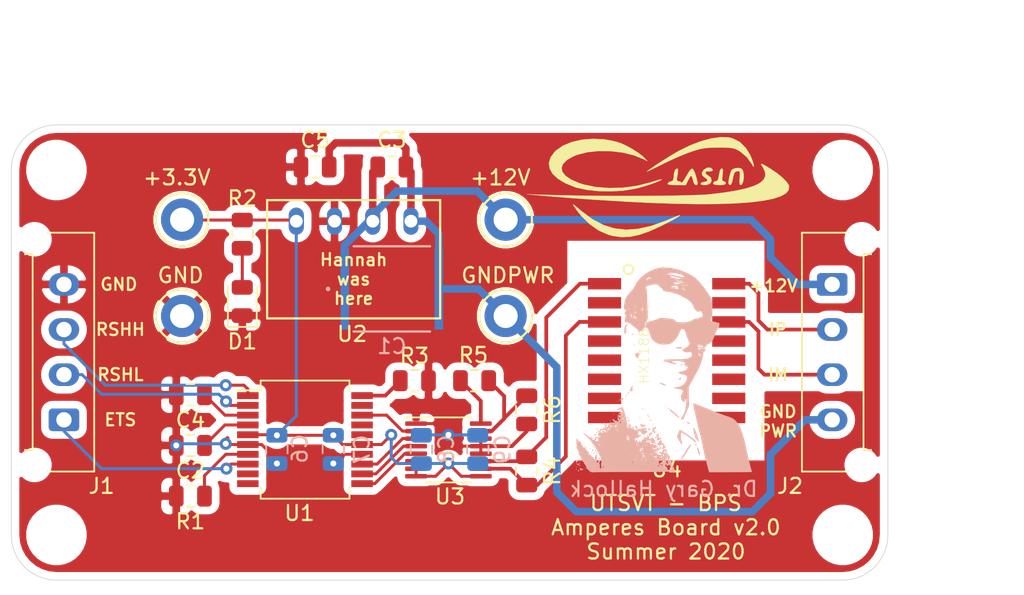
<source format=kicad_pcb>
(kicad_pcb (version 20171130) (host pcbnew "(5.1.5)-3")
  (layers (0 F.Cu signal) (31 B.Cu signal) (34 B.Paste user) (35 F.Paste user) (36 B.SilkS user) (37 F.SilkS user) (38 B.Mask user) (39 F.Mask user) (44 Edge.Cuts user))
  (net 0 "")
  (net 1 GNDPWR)
  (net 2 +12V)
  (net 3 GND)
  (net 4 "Net-(C2-Pad1)")
  (net 5 +3V3)
  (net 6 "Net-(D1-Pad2)")
  (net 7 /ETS)
  (net 8 /RSHL)
  (net 9 /RSHH)
  (net 10 "Net-(J2-Pad3)")
  (net 11 "Net-(J2-Pad2)")
  (net 12 "Net-(R1-Pad1)")
  (net 13 /IM)
  (net 14 /IP)
  (net 15 "Net-(R5-Pad2)")
  (net 16 "Net-(R5-Pad1)")
  (net 17 /SCK)
  (net 18 /CS)
  (net 19 "Net-(U1-Pad16)")
  (net 20 /MISO)
  (net 21 /MOSI)
  (net 22 "Net-(U1-Pad19)")
  (net 23 "Net-(U1-Pad17)")
  (net 24 "Net-(U1-Pad10)")
  (net 25 "Net-(U1-Pad9)")
  (net 26 "Net-(C4-Pad2)")
  (net 27 "Net-(R3-Pad1)")
  (net 28 "Net-(U4-Pad2)")
  (net 29 "Net-(U4-Pad11)")
  (net 30 "Net-(U4-Pad6)")
  (net 31 "Net-(U4-Pad9)")
  (net 32 "Net-(U4-Pad7)")
  (net 33 "Net-(U4-Pad10)")
  (net 34 "Net-(U4-Pad8)")
  (net 35 "Net-(U4-Pad15)")
  (module MountingHole:MountingHole_3mm (layer F.Cu) (at 143 100)
    (fp_text reference H2 hide)
    (fp_text value M3)
    (pad 1 np_thru_hole circle (at 0 0) (size 3 3) (drill 3) (layers *.Cu *.Mask))
  )
  (module Connector_Molex:Molex_Micro-Fit_3.0_43650-0415_1x04_P3.00mm_Vertical (layer F.Cu) (at 142.3 107.6 270)
    (fp_text reference J2 (at 13.4 2.8) (layer F.SilkS))
    (fp_text value LeaderConn)
    (pad 4 thru_hole oval (at 9 0 270) (size 1.5 2.02) (drill 1.02) (layers *.Cu *.Mask) (net 1 GNDPWR))
    (pad 3 thru_hole oval (at 6 0 270) (size 1.5 2.02) (drill 1.02) (layers *.Cu *.Mask) (net 10 "Net-(J2-Pad3)"))
    (pad 2 thru_hole oval (at 3 0 270) (size 1.5 2.02) (drill 1.02) (layers *.Cu *.Mask) (net 11 "Net-(J2-Pad2)"))
    (pad 1 thru_hole roundrect (at 0 0 270) (size 1.5 2.02) (drill 1.02) (layers *.Cu *.Mask) (roundrect_rratio 0.166667) (net 2 +12V))
    (pad "" np_thru_hole circle (at 12 -1.96 270) (size 1.27 1.27) (drill 1.27) (layers *.Cu *.Mask))
    (pad "" np_thru_hole circle (at -3 -1.96 270) (size 1.27 1.27) (drill 1.27) (layers *.Cu *.Mask))
  )
  (module UTSVT_Special:UTSVT_Logo_Symbol (layer F.Cu) (at 131 101 180)
    (fp_text reference G*** hide)
    (fp_text value LOGO hide)
  )
  (module Resistor_SMD:R_0805_2012Metric (layer F.Cu) (at 122 120 270)
    (fp_text reference R4 (at 0 -1.7 90) (layer F.SilkS))
    (fp_text value 120)
    (pad 2 smd roundrect (at 0.9375 0 270) (size 0.975 1.4) (layers F.Cu F.Paste F.Mask) (net 13 /IM))
    (pad 1 smd roundrect (at -0.9375 0 270) (size 0.975 1.4) (layers F.Cu F.Paste F.Mask) (net 14 /IP))
  )
  (module UTSVT_Passive:C_2220_5750Metrix (layer B.Cu) (at 113.04 107.9)
    (fp_text reference C1 (at 0 3.81) (layer B.SilkS) (effects (justify mirror)))
    (fp_text value 10u hide)
    (pad 2 smd rect (at 3.1242 0) (size 0.5588 5.4102) (layers B.Cu B.Paste B.Mask) (net 1 GNDPWR))
    (pad 1 smd rect (at -3.1242 0) (size 0.5588 5.4102) (layers B.Cu B.Paste B.Mask) (net 2 +12V))
  )
  (module UTSVT_Special:Hallock_Image_Tiny (layer B.Cu) (at 131.6 113.1 180)
    (fp_text reference G*** hide)
    (fp_text value LOGO hide)
  )
  (module UTSVT_ICs:RI3_DC_Converter (layer F.Cu) (at 110.5 103.4 180)
    (fp_text reference U2 (at 0.1 -7.5) (layer F.SilkS))
    (fp_text value RO-123.3S_HP)
    (pad 4 thru_hole oval (at 3.81 0 180) (size 1 1.8) (drill 0.85) (layers *.Cu *.Mask) (net 5 +3V3))
    (pad 3 thru_hole oval (at 1.27 0 180) (size 1 1.8) (drill 0.85) (layers *.Cu *.Mask) (net 3 GND))
    (pad 2 thru_hole oval (at -1.27 0 180) (size 1 1.8) (drill 0.85) (layers *.Cu *.Mask) (net 2 +12V))
    (pad 1 thru_hole oval (at -3.81 0 180) (size 1 1.8) (drill 0.85) (layers *.Cu *.Mask) (net 1 GNDPWR))
  )
  (module UTSVT_BPS:HXXXX (layer F.Cu) (at 131.3 112 270)
    (fp_text reference U4 (at 7.9 0) (layer F.SilkS))
    (fp_text value HX1188FNL (at -0.50895 1.50142 90) (layer F.SilkS) (effects (font (size 0.641203 0.641203) (thickness 0.05))))
    (pad 2 smd rect (at -3.175 4.1275 270) (size 0.76 2.2) (layers F.Cu F.Paste F.Mask) (net 28 "Net-(U4-Pad2)"))
    (pad 13 smd rect (at -0.635 -4.1275 270) (size 0.76 2.2) (layers F.Cu F.Paste F.Mask))
    (pad 1 smd rect (at -4.445 4.1275 270) (size 0.76 2.2) (layers F.Cu F.Paste F.Mask) (net 14 /IP))
    (pad 3 smd rect (at -1.905 4.1275 270) (size 0.76 2.2) (layers F.Cu F.Paste F.Mask) (net 13 /IM))
    (pad 4 smd rect (at -0.635 4.1275 270) (size 0.76 2.2) (layers F.Cu F.Paste F.Mask))
    (pad 14 smd rect (at -1.905 -4.1275 270) (size 0.76 2.2) (layers F.Cu F.Paste F.Mask) (net 10 "Net-(J2-Pad3)"))
    (pad 12 smd rect (at 0.635 -4.1275 270) (size 0.76 2.2) (layers F.Cu F.Paste F.Mask))
    (pad 11 smd rect (at 1.905 -4.1275 270) (size 0.76 2.2) (layers F.Cu F.Paste F.Mask) (net 29 "Net-(U4-Pad11)"))
    (pad 6 smd rect (at 1.905 4.1275 270) (size 0.76 2.2) (layers F.Cu F.Paste F.Mask) (net 30 "Net-(U4-Pad6)"))
    (pad 9 smd rect (at 4.445 -4.1275 270) (size 0.76 2.2) (layers F.Cu F.Paste F.Mask) (net 31 "Net-(U4-Pad9)"))
    (pad 5 smd rect (at 0.635 4.1275 270) (size 0.76 2.2) (layers F.Cu F.Paste F.Mask))
    (pad 7 smd rect (at 3.175 4.1275 270) (size 0.76 2.2) (layers F.Cu F.Paste F.Mask) (net 32 "Net-(U4-Pad7)"))
    (pad 10 smd rect (at 3.175 -4.1275 270) (size 0.76 2.2) (layers F.Cu F.Paste F.Mask) (net 33 "Net-(U4-Pad10)"))
    (pad 8 smd rect (at 4.445 4.1275 270) (size 0.76 2.2) (layers F.Cu F.Paste F.Mask) (net 34 "Net-(U4-Pad8)"))
    (pad 15 smd rect (at -3.175 -4.1275 270) (size 0.76 2.2) (layers F.Cu F.Paste F.Mask) (net 35 "Net-(U4-Pad15)"))
    (pad 16 smd rect (at -4.445 -4.1275 270) (size 0.76 2.2) (layers F.Cu F.Paste F.Mask) (net 11 "Net-(J2-Pad2)"))
  )
  (module Package_SO:MSOP-16_3x4mm_P0.5mm (layer F.Cu) (at 116.8 118.6)
    (fp_text reference U3 (at 0.1 3.1) (layer F.SilkS))
    (fp_text value LTC6820)
    (pad 16 smd roundrect (at 2.15 -1.75) (size 1.45 0.3) (layers F.Cu F.Paste F.Mask) (net 15 "Net-(R5-Pad2)"))
    (pad 15 smd roundrect (at 2.15 -1.25) (size 1.45 0.3) (layers F.Cu F.Paste F.Mask) (net 16 "Net-(R5-Pad1)"))
    (pad 14 smd roundrect (at 2.15 -0.75) (size 1.45 0.3) (layers F.Cu F.Paste F.Mask) (net 3 GND))
    (pad 13 smd roundrect (at 2.15 -0.25) (size 1.45 0.3) (layers F.Cu F.Paste F.Mask) (net 3 GND))
    (pad 12 smd roundrect (at 2.15 0.25) (size 1.45 0.3) (layers F.Cu F.Paste F.Mask) (net 3 GND))
    (pad 11 smd roundrect (at 2.15 0.75) (size 1.45 0.3) (layers F.Cu F.Paste F.Mask) (net 14 /IP))
    (pad 10 smd roundrect (at 2.15 1.25) (size 1.45 0.3) (layers F.Cu F.Paste F.Mask) (net 13 /IM))
    (pad 9 smd roundrect (at 2.15 1.75) (size 1.45 0.3) (layers F.Cu F.Paste F.Mask) (net 5 +3V3))
    (pad 8 smd roundrect (at -2.15 1.75) (size 1.45 0.3) (layers F.Cu F.Paste F.Mask) (net 5 +3V3))
    (pad 7 smd roundrect (at -2.15 1.25) (size 1.45 0.3) (layers F.Cu F.Paste F.Mask) (net 5 +3V3))
    (pad 6 smd roundrect (at -2.15 0.75) (size 1.45 0.3) (layers F.Cu F.Paste F.Mask) (net 5 +3V3))
    (pad 5 smd roundrect (at -2.15 0.25) (size 1.45 0.3) (layers F.Cu F.Paste F.Mask) (net 18 /CS))
    (pad 4 smd roundrect (at -2.15 -0.25) (size 1.45 0.3) (layers F.Cu F.Paste F.Mask) (net 17 /SCK))
    (pad 3 smd roundrect (at -2.15 -0.75) (size 1.45 0.3) (layers F.Cu F.Paste F.Mask) (net 20 /MISO))
    (pad 2 smd roundrect (at -2.15 -1.25) (size 1.45 0.3) (layers F.Cu F.Paste F.Mask) (net 21 /MOSI))
    (pad 1 smd roundrect (at -2.15 -1.75) (size 1.45 0.3) (layers F.Cu F.Paste F.Mask) (net 3 GND))
  )
  (module UTSVT_ICs:AS8510-ASSM (layer F.Cu) (at 107.27 123.441)
    (fp_text reference U1 (at -0.37 -0.641 180) (layer F.SilkS))
    (fp_text value AS8510-ASSM)
    (pad 12 smd rect (at 3.79 -3.25) (size 1.43 0.46) (layers F.Cu F.Paste F.Mask) (net 17 /SCK))
    (pad 11 smd rect (at 3.79 -2.6) (size 1.43 0.46) (layers F.Cu F.Paste F.Mask) (net 18 /CS))
    (pad 15 smd rect (at 3.79 -5.2) (size 1.43 0.46) (layers F.Cu F.Paste F.Mask) (net 5 +3V3))
    (pad 14 smd rect (at 3.79 -4.55) (size 1.43 0.46) (layers F.Cu F.Paste F.Mask) (net 3 GND))
    (pad 16 smd rect (at 3.79 -5.85) (size 1.43 0.46) (layers F.Cu F.Paste F.Mask) (net 19 "Net-(U1-Pad16)"))
    (pad 13 smd rect (at 3.79 -3.9) (size 1.43 0.46) (layers F.Cu F.Paste F.Mask) (net 20 /MISO))
    (pad 18 smd rect (at 3.79 -7.15) (size 1.43 0.46) (layers F.Cu F.Paste F.Mask) (net 21 /MOSI))
    (pad 19 smd rect (at 3.79 -7.8) (size 1.43 0.46) (layers F.Cu F.Paste F.Mask) (net 22 "Net-(U1-Pad19)"))
    (pad 17 smd rect (at 3.79 -6.5) (size 1.43 0.46) (layers F.Cu F.Paste F.Mask) (net 23 "Net-(U1-Pad17)"))
    (pad 20 smd rect (at 3.79 -8.45) (size 1.43 0.46) (layers F.Cu F.Paste F.Mask) (net 27 "Net-(R3-Pad1)"))
    (pad 1 smd rect (at -3.8 -8.45) (size 1.43 0.46) (layers F.Cu F.Paste F.Mask) (net 9 /RSHH))
    (pad 2 smd rect (at -3.8 -7.8) (size 1.43 0.46) (layers F.Cu F.Paste F.Mask) (net 8 /RSHL))
    (pad 3 smd rect (at -3.8 -7.15) (size 1.43 0.46) (layers F.Cu F.Paste F.Mask) (net 26 "Net-(C4-Pad2)"))
    (pad 4 smd rect (at -3.8 -6.5) (size 1.43 0.46) (layers F.Cu F.Paste F.Mask) (net 4 "Net-(C2-Pad1)"))
    (pad 5 smd rect (at -3.8 -5.85) (size 1.43 0.46) (layers F.Cu F.Paste F.Mask) (net 5 +3V3))
    (pad 6 smd rect (at -3.8 -5.2) (size 1.43 0.46) (layers F.Cu F.Paste F.Mask) (net 3 GND))
    (pad 7 smd rect (at -3.8 -4.55) (size 1.43 0.46) (layers F.Cu F.Paste F.Mask) (net 12 "Net-(R1-Pad1)"))
    (pad 8 smd rect (at -3.8 -3.9) (size 1.43 0.46) (layers F.Cu F.Paste F.Mask) (net 7 /ETS))
    (pad 10 smd rect (at -3.8 -2.6) (size 1.43 0.46) (layers F.Cu F.Paste F.Mask) (net 24 "Net-(U1-Pad10)"))
    (pad 9 smd rect (at -3.8 -3.25) (size 1.43 0.46) (layers F.Cu F.Paste F.Mask) (net 25 "Net-(U1-Pad9)"))
  )
  (module TestPoint:TestPoint_Keystone_5005-5009_Compact (layer F.Cu) (at 99.1 109.7 90)
    (fp_text reference TP4 hide)
    (fp_text value GND_TP)
    (pad 1 thru_hole circle (at 0 0 90) (size 2.8 2.8) (drill 1.6) (layers *.Cu *.Mask) (net 3 GND))
  )
  (module TestPoint:TestPoint_Keystone_5005-5009_Compact (layer F.Cu) (at 99.1 103.3 90)
    (fp_text reference TP3 hide)
    (fp_text value +3.3V_TP)
    (pad 1 thru_hole circle (at 0 0 90) (size 2.8 2.8) (drill 1.6) (layers *.Cu *.Mask) (net 5 +3V3))
  )
  (module TestPoint:TestPoint_Keystone_5005-5009_Compact (layer F.Cu) (at 120.6 109.7 90)
    (fp_text reference TP2 hide)
    (fp_text value GNDPWR_TP)
    (pad 1 thru_hole circle (at 0 0 90) (size 2.8 2.8) (drill 1.6) (layers *.Cu *.Mask) (net 1 GNDPWR))
  )
  (module TestPoint:TestPoint_Keystone_5005-5009_Compact (layer F.Cu) (at 120.6 103.3 90)
    (fp_text reference TP1 hide)
    (fp_text value +12V_TP)
    (pad 1 thru_hole circle (at 0 0 90) (size 2.8 2.8) (drill 1.6) (layers *.Cu *.Mask) (net 2 +12V))
  )
  (module Resistor_SMD:R_0805_2012Metric (layer F.Cu) (at 122 115.9375 90)
    (fp_text reference R6 (at 0 1.7 90) (layer F.SilkS))
    (fp_text value 1.21k)
    (pad 2 smd roundrect (at 0.9375 0 90) (size 0.975 1.4) (layers F.Cu F.Paste F.Mask) (net 16 "Net-(R5-Pad1)"))
    (pad 1 smd roundrect (at -0.9375 0 90) (size 0.975 1.4) (layers F.Cu F.Paste F.Mask) (net 3 GND))
  )
  (module Resistor_SMD:R_0805_2012Metric (layer F.Cu) (at 118.5375 114 180)
    (fp_text reference R5 (at 0.0785 1.7) (layer F.SilkS))
    (fp_text value 806)
    (pad 2 smd roundrect (at 0.9375 0 180) (size 0.975 1.4) (layers F.Cu F.Paste F.Mask) (net 15 "Net-(R5-Pad2)"))
    (pad 1 smd roundrect (at -0.9375 0 180) (size 0.975 1.4) (layers F.Cu F.Paste F.Mask) (net 16 "Net-(R5-Pad1)"))
  )
  (module Resistor_SMD:R_0805_2012Metric (layer F.Cu) (at 114.5375 114)
    (fp_text reference R3 (at 0 -1.65) (layer F.SilkS))
    (fp_text value 10k)
    (pad 2 smd roundrect (at 0.9375 0) (size 0.975 1.4) (layers F.Cu F.Paste F.Mask) (net 3 GND))
    (pad 1 smd roundrect (at -0.9375 0) (size 0.975 1.4) (layers F.Cu F.Paste F.Mask) (net 27 "Net-(R3-Pad1)"))
  )
  (module Resistor_SMD:R_0805_2012Metric (layer F.Cu) (at 103.1 104.2625 270)
    (fp_text reference R2 (at -2.3645 0 180) (layer F.SilkS))
    (fp_text value 1.5k)
    (pad 2 smd roundrect (at 0.9375 0 270) (size 0.975 1.4) (layers F.Cu F.Paste F.Mask) (net 6 "Net-(D1-Pad2)"))
    (pad 1 smd roundrect (at -0.9375 0 270) (size 0.975 1.4) (layers F.Cu F.Paste F.Mask) (net 5 +3V3))
  )
  (module Resistor_SMD:R_0805_2012Metric (layer F.Cu) (at 99.65 121.668 180)
    (fp_text reference R1 (at 0 -1.684) (layer F.SilkS))
    (fp_text value 1k)
    (pad 2 smd roundrect (at 0.9375 0 180) (size 0.975 1.4) (layers F.Cu F.Paste F.Mask) (net 3 GND))
    (pad 1 smd roundrect (at -0.9375 0 180) (size 0.975 1.4) (layers F.Cu F.Paste F.Mask) (net 12 "Net-(R1-Pad1)"))
  )
  (module Connector_Molex:Molex_Micro-Fit_3.0_43650-0415_1x04_P3.00mm_Vertical (layer F.Cu) (at 91.25 116.6 90)
    (fp_text reference J1 (at -4.4 2.5) (layer F.SilkS))
    (fp_text value ShuntConn)
    (pad 4 thru_hole oval (at 9 0 90) (size 1.5 2.02) (drill 1.02) (layers *.Cu *.Mask) (net 3 GND))
    (pad 3 thru_hole oval (at 6 0 90) (size 1.5 2.02) (drill 1.02) (layers *.Cu *.Mask) (net 9 /RSHH))
    (pad 2 thru_hole oval (at 3 0 90) (size 1.5 2.02) (drill 1.02) (layers *.Cu *.Mask) (net 8 /RSHL))
    (pad 1 thru_hole roundrect (at 0 0 90) (size 1.5 2.02) (drill 1.02) (layers *.Cu *.Mask) (roundrect_rratio 0.166667) (net 7 /ETS))
    (pad "" np_thru_hole circle (at 12 -1.96 90) (size 1.27 1.27) (drill 1.27) (layers *.Cu *.Mask))
    (pad "" np_thru_hole circle (at -3 -1.96 90) (size 1.27 1.27) (drill 1.27) (layers *.Cu *.Mask))
  )
  (module MountingHole:MountingHole_3mm (layer F.Cu) (at 90.75 124.25)
    (fp_text reference H4 hide)
    (fp_text value M3)
    (pad 1 np_thru_hole circle (at 0 0) (size 3 3) (drill 3) (layers *.Cu *.Mask))
  )
  (module MountingHole:MountingHole_3mm (layer F.Cu) (at 143 124.25)
    (fp_text reference H3 hide)
    (fp_text value M3)
    (pad 1 np_thru_hole circle (at 0 0) (size 3 3) (drill 3) (layers *.Cu *.Mask))
  )
  (module MountingHole:MountingHole_3mm (layer F.Cu) (at 90.75 100)
    (fp_text reference H1 hide)
    (fp_text value M3)
    (pad 1 np_thru_hole circle (at 0 0) (size 3 3) (drill 3) (layers *.Cu *.Mask))
  )
  (module LED_SMD:LED_0805_2012Metric (layer F.Cu) (at 103.1 108.7375 90)
    (fp_text reference D1 (at -2.6625 0) (layer F.SilkS))
    (fp_text value PowerOn)
    (pad 2 smd roundrect (at 0.9375 0 90) (size 0.975 1.4) (layers F.Cu F.Paste F.Mask) (net 6 "Net-(D1-Pad2)"))
    (pad 1 smd roundrect (at -0.9375 0 90) (size 0.975 1.4) (layers F.Cu F.Paste F.Mask) (net 3 GND))
  )
  (module Capacitor_SMD:C_0805_2012Metric (layer B.Cu) (at 118.75 118.566 90)
    (fp_text reference C9 (at 0 1.65 270) (layer B.SilkS) (effects (justify mirror)))
    (fp_text value 0.1u)
    (pad 2 smd roundrect (at 0.9375 0 90) (size 0.975 1.4) (layers B.Cu B.Paste B.Mask) (net 3 GND))
    (pad 1 smd roundrect (at -0.9375 0 90) (size 0.975 1.4) (layers B.Cu B.Paste B.Mask) (net 5 +3V3))
  )
  (module Capacitor_SMD:C_0805_2012Metric (layer B.Cu) (at 115 118.566 90)
    (fp_text reference C8 (at 0 1.65 90) (layer B.SilkS) (effects (justify mirror)))
    (fp_text value 0.1u)
    (pad 2 smd roundrect (at 0.9375 0 90) (size 0.975 1.4) (layers B.Cu B.Paste B.Mask) (net 3 GND))
    (pad 1 smd roundrect (at -0.9375 0 90) (size 0.975 1.4) (layers B.Cu B.Paste B.Mask) (net 5 +3V3))
  )
  (module Capacitor_SMD:C_0805_2012Metric (layer B.Cu) (at 109.15 118.566 270)
    (fp_text reference C7 (at 0 -1.905 270) (layer B.SilkS) (effects (justify mirror)))
    (fp_text value 1u)
    (pad 2 smd roundrect (at 0.9375 0 270) (size 0.975 1.4) (layers B.Cu B.Paste B.Mask) (net 3 GND))
    (pad 1 smd roundrect (at -0.9375 0 270) (size 0.975 1.4) (layers B.Cu B.Paste B.Mask) (net 5 +3V3))
  )
  (module Capacitor_SMD:C_0805_2012Metric (layer B.Cu) (at 105.4 118.566 270)
    (fp_text reference C6 (at -0.0485 -1.524 270) (layer B.SilkS) (effects (justify mirror)))
    (fp_text value 1u)
    (pad 2 smd roundrect (at 0.9375 0 270) (size 0.975 1.4) (layers B.Cu B.Paste B.Mask) (net 3 GND))
    (pad 1 smd roundrect (at -0.9375 0 270) (size 0.975 1.4) (layers B.Cu B.Paste B.Mask) (net 5 +3V3))
  )
  (module Capacitor_SMD:C_0805_2012Metric (layer F.Cu) (at 107.9375 99.8 180)
    (fp_text reference C5 (at 0 1.8 180) (layer F.SilkS))
    (fp_text value 2.2n)
    (pad 2 smd roundrect (at 0.9375 0 180) (size 0.975 1.4) (layers F.Cu F.Paste F.Mask) (net 3 GND))
    (pad 1 smd roundrect (at -0.9375 0 180) (size 0.975 1.4) (layers F.Cu F.Paste F.Mask) (net 1 GNDPWR))
  )
  (module Capacitor_SMD:C_0805_2012Metric (layer F.Cu) (at 99.65 114.932)
    (fp_text reference C4 (at 0 1.684) (layer F.SilkS))
    (fp_text value 100n)
    (pad 2 smd roundrect (at 0.9375 0) (size 0.975 1.4) (layers F.Cu F.Paste F.Mask) (net 26 "Net-(C4-Pad2)"))
    (pad 1 smd roundrect (at -0.9375 0) (size 0.975 1.4) (layers F.Cu F.Paste F.Mask) (net 3 GND))
  )
  (module Capacitor_SMD:C_0805_2012Metric (layer F.Cu) (at 113.0375 99.8)
    (fp_text reference C3 (at 0 -1.8) (layer F.SilkS))
    (fp_text value 1n)
    (pad 2 smd roundrect (at 0.9375 0) (size 0.975 1.4) (layers F.Cu F.Paste F.Mask) (net 1 GNDPWR))
    (pad 1 smd roundrect (at -0.9375 0) (size 0.975 1.4) (layers F.Cu F.Paste F.Mask) (net 2 +12V))
  )
  (module Capacitor_SMD:C_0805_2012Metric (layer F.Cu) (at 99.65 118.3 180)
    (fp_text reference C2 (at 0 -1.684) (layer F.SilkS))
    (fp_text value 100n)
    (pad 2 smd roundrect (at 0.9375 0 180) (size 0.975 1.4) (layers F.Cu F.Paste F.Mask) (net 3 GND))
    (pad 1 smd roundrect (at -0.9375 0 180) (size 0.975 1.4) (layers F.Cu F.Paste F.Mask) (net 4 "Net-(C2-Pad1)"))
  )
  (gr_text "Hannah\nwas\nhere" (at 110.5 107.25) (layer F.SilkS) (effects (font (size 0.8 0.8))))
  (gr_text "UTSVT - BPS\nAmperes Board v2.0\nSummer 2020" (at 131.25 123.75) (layer F.SilkS) (effects (font (size 1 1))))
  (gr_text "Dr. Gary Hallock" (at 131.1 121.2) (layer B.SilkS) (effects (font (size 1 1)) (justify mirror)))
  (gr_text GNDPWR (at 120.75 107) (layer F.SilkS) (effects (font (size 1 1))))
  (gr_text +12V (at 120.25 100.5) (layer F.SilkS) (effects (font (size 1 1))))
  (gr_text GND (at 99 107) (layer F.SilkS) (effects (font (size 1 1))))
  (gr_text +3.3V (at 98.75 100.5) (layer F.SilkS) (effects (font (size 1 1))))
  (gr_arc (start 90.75 124.25) (end 87.75 124.25) (angle -90) (layer Edge.Cuts) (width 0.05))
  (gr_arc (start 143 124.25) (end 143 127.25) (angle -90) (layer Edge.Cuts) (width 0.05))
  (gr_arc (start 143 100) (end 146 100) (angle -90) (layer Edge.Cuts) (width 0.05))
  (gr_arc (start 90.75 100) (end 90.75 97) (angle -90) (layer Edge.Cuts) (width 0.05))
  (gr_line (start 87.75 124.25) (end 87.75 100) (layer Edge.Cuts) (width 0.05))
  (gr_line (start 143 127.25) (end 90.75 127.25) (layer Edge.Cuts) (width 0.05))
  (gr_line (start 146 103.75) (end 146 120.5) (layer Edge.Cuts) (width 0.05))
  (gr_line (start 146 120.5) (end 146 124.25) (layer Edge.Cuts) (width 0.05))
  (gr_line (start 146 100) (end 146 103.75) (layer Edge.Cuts) (width 0.05))
  (gr_line (start 90.75 97) (end 143 97) (layer Edge.Cuts) (width 0.05))
  (gr_text +12V (at 138.4 107.7) (layer F.SilkS) (effects (font (size 0.8 0.8))))
  (gr_text IP (at 138.7 110.6) (layer F.SilkS) (effects (font (size 0.8 0.8))))
  (gr_text IM (at 138.7 113.6) (layer F.SilkS) (effects (font (size 0.8 0.8))))
  (gr_text "GND\nPWR" (at 138.7 116.7) (layer F.SilkS) (effects (font (size 0.8 0.8))))
  (gr_text GND (at 94.9 107.6) (layer F.SilkS) (effects (font (size 0.8 0.8))))
  (gr_text RSHH (at 95 110.6) (layer F.SilkS) (effects (font (size 0.8 0.8))))
  (gr_text RSHL (at 95 113.6) (layer F.SilkS) (effects (font (size 0.8 0.8))))
  (gr_text ETS (at 95 116.6) (layer F.SilkS) (effects (font (size 0.8 0.8))))
  (segment (start 114.31 100.135) (end 113.975 99.8) (width 0.5) (layer F.Cu) (net 1))
  (segment (start 114.31 103.4) (end 114.31 100.135) (width 0.5) (layer F.Cu) (net 1))
  (segment (start 118.8 107.9) (end 120.6 109.7) (width 0.5) (layer B.Cu) (net 1))
  (segment (start 114.31 103.4) (end 115.31 103.4) (width 0.5) (layer B.Cu) (net 1))
  (segment (start 116.1642 104.2542) (end 115.31 103.4) (width 0.5) (layer B.Cu) (net 1))
  (segment (start 116.1642 107.9) (end 116.1642 104.2542) (width 0.5) (layer B.Cu) (net 1))
  (segment (start 113.975 98.575) (end 113.975 99.8) (width 0.5) (layer F.Cu) (net 1))
  (segment (start 113.6 98.2) (end 113.975 98.575) (width 0.5) (layer F.Cu) (net 1))
  (segment (start 109.3 98.2) (end 113.6 98.2) (width 0.5) (layer F.Cu) (net 1))
  (segment (start 108.875 99.8) (end 108.875 98.625) (width 0.5) (layer F.Cu) (net 1))
  (segment (start 108.875 98.625) (end 109.3 98.2) (width 0.5) (layer F.Cu) (net 1))
  (segment (start 140.5 116.6) (end 142.3 116.6) (width 0.5) (layer B.Cu) (net 1))
  (segment (start 138.2 118.9) (end 140.5 116.6) (width 0.5) (layer B.Cu) (net 1))
  (segment (start 124 113.1) (end 124 121.4) (width 0.5) (layer B.Cu) (net 1))
  (segment (start 138.2 121.5) (end 138.2 118.9) (width 0.5) (layer B.Cu) (net 1))
  (segment (start 120.6 109.7) (end 124 113.1) (width 0.5) (layer B.Cu) (net 1))
  (segment (start 124 121.4) (end 125.3 122.7) (width 0.5) (layer B.Cu) (net 1))
  (segment (start 137 122.7) (end 138.2 121.5) (width 0.5) (layer B.Cu) (net 1))
  (segment (start 125.3 122.7) (end 137 122.7) (width 0.5) (layer B.Cu) (net 1))
  (segment (start 118.8 107.9) (end 116.1642 107.9) (width 0.5) (layer B.Cu) (net 1))
  (segment (start 111.77 100.13) (end 112.1 99.8) (width 0.5) (layer F.Cu) (net 2))
  (segment (start 111.77 103.4) (end 111.77 100.13) (width 0.5) (layer F.Cu) (net 2))
  (segment (start 111.77 103) (end 113.37 101.4) (width 0.5) (layer B.Cu) (net 2))
  (segment (start 111.77 103.4) (end 111.77 103) (width 0.5) (layer B.Cu) (net 2))
  (segment (start 118.7 101.4) (end 120.6 103.3) (width 0.5) (layer B.Cu) (net 2))
  (segment (start 113.37 101.4) (end 118.7 101.4) (width 0.5) (layer B.Cu) (net 2))
  (segment (start 109.87979 105.027737) (end 109.87979 107.9) (width 0.5) (layer B.Cu) (net 2))
  (segment (start 111.507527 103.4) (end 109.87979 105.027737) (width 0.5) (layer B.Cu) (net 2))
  (segment (start 111.77 103.4) (end 111.507527 103.4) (width 0.5) (layer B.Cu) (net 2))
  (segment (start 136.9 103.3) (end 120.6 103.3) (width 0.5) (layer B.Cu) (net 2))
  (segment (start 138.2 104.6) (end 136.9 103.3) (width 0.5) (layer B.Cu) (net 2))
  (segment (start 138.2 105.8) (end 138.2 104.6) (width 0.5) (layer B.Cu) (net 2))
  (segment (start 142.3 107.6) (end 140 107.6) (width 0.5) (layer B.Cu) (net 2))
  (segment (start 140 107.6) (end 138.2 105.8) (width 0.5) (layer B.Cu) (net 2))
  (segment (start 103.47 118.241) (end 102.049825 118.241) (width 0.2) (layer F.Cu) (net 3))
  (via (at 101.999884 118.191059) (size 0.8) (drill 0.4) (layers F.Cu B.Cu) (net 3))
  (segment (start 102.049825 118.241) (end 101.999884 118.191059) (width 0.2) (layer F.Cu) (net 3))
  (via (at 98.7125 118.3) (size 0.8) (drill 0.4) (layers F.Cu B.Cu) (net 3))
  (segment (start 101.999884 118.191059) (end 98.821441 118.191059) (width 0.2) (layer B.Cu) (net 3))
  (segment (start 98.821441 118.191059) (end 98.7125 118.3) (width 0.2) (layer B.Cu) (net 3))
  (via (at 109.15 119.5035) (size 0.8) (drill 0.4) (layers F.Cu B.Cu) (net 3))
  (segment (start 111.06 118.891) (end 109.7625 118.891) (width 0.2) (layer F.Cu) (net 3))
  (segment (start 109.7625 118.891) (end 109.15 119.5035) (width 0.2) (layer F.Cu) (net 3))
  (via (at 105.4 119.5035) (size 0.8) (drill 0.4) (layers F.Cu B.Cu) (net 3))
  (segment (start 105.4 119.256) (end 105.4 119.5035) (width 0.2) (layer F.Cu) (net 3))
  (segment (start 104.385 118.241) (end 105.4 119.256) (width 0.2) (layer F.Cu) (net 3))
  (segment (start 103.47 118.241) (end 104.385 118.241) (width 0.2) (layer F.Cu) (net 3))
  (via (at 116.8 117.6) (size 0.8) (drill 0.4) (layers F.Cu B.Cu) (net 3))
  (segment (start 114.65 116.85) (end 116.05 116.85) (width 0.2) (layer F.Cu) (net 3))
  (segment (start 116.05 116.85) (end 116.8 117.6) (width 0.2) (layer F.Cu) (net 3))
  (segment (start 115.0285 117.6) (end 115 117.6285) (width 0.2) (layer B.Cu) (net 3))
  (segment (start 116.8 117.6) (end 115.0285 117.6) (width 0.2) (layer B.Cu) (net 3))
  (segment (start 118.7215 117.6) (end 118.75 117.6285) (width 0.2) (layer B.Cu) (net 3))
  (segment (start 116.8 117.6) (end 118.7215 117.6) (width 0.2) (layer B.Cu) (net 3))
  (segment (start 118.95 118.85) (end 118.95 118.35) (width 0.2) (layer F.Cu) (net 3))
  (segment (start 118.95 118.35) (end 118.95 117.85) (width 0.2) (layer F.Cu) (net 3))
  (segment (start 117.55 118.35) (end 116.8 117.6) (width 0.2) (layer F.Cu) (net 3))
  (segment (start 118.95 118.35) (end 117.55 118.35) (width 0.2) (layer F.Cu) (net 3))
  (segment (start 119.675 118.35) (end 118.95 118.35) (width 0.25) (layer F.Cu) (net 3))
  (segment (start 122 117.3625) (end 121.0125 118.35) (width 0.25) (layer F.Cu) (net 3))
  (segment (start 121.0125 118.35) (end 119.675 118.35) (width 0.25) (layer F.Cu) (net 3))
  (segment (start 122 116.875) (end 122 117.3625) (width 0.25) (layer F.Cu) (net 3))
  (segment (start 101.9465 116.941) (end 100.5875 118.3) (width 0.2) (layer F.Cu) (net 4))
  (segment (start 103.47 116.941) (end 101.9465 116.941) (width 0.2) (layer F.Cu) (net 4))
  (via (at 109.15 117.6285) (size 0.8) (drill 0.4) (layers F.Cu B.Cu) (net 5))
  (segment (start 111.06 118.241) (end 109.7625 118.241) (width 0.2) (layer F.Cu) (net 5))
  (segment (start 109.7625 118.241) (end 109.15 117.6285) (width 0.2) (layer F.Cu) (net 5))
  (via (at 105.4 117.6285) (size 0.8) (drill 0.4) (layers F.Cu B.Cu) (net 5))
  (segment (start 103.47 117.591) (end 105.3625 117.591) (width 0.2) (layer F.Cu) (net 5))
  (segment (start 105.3625 117.591) (end 105.4 117.6285) (width 0.2) (layer F.Cu) (net 5))
  (segment (start 105.4 117.6285) (end 109.15 117.6285) (width 0.2) (layer F.Cu) (net 5))
  (segment (start 114.65 120.35) (end 114.65 119.85) (width 0.2) (layer F.Cu) (net 5))
  (segment (start 114.65 119.85) (end 114.65 119.35) (width 0.2) (layer F.Cu) (net 5))
  (via (at 116.8 119.5) (size 0.8) (drill 0.4) (layers F.Cu B.Cu) (net 5))
  (segment (start 114.65 120.35) (end 115.95 120.35) (width 0.2) (layer F.Cu) (net 5))
  (segment (start 115.95 120.35) (end 116.8 119.5) (width 0.2) (layer F.Cu) (net 5))
  (segment (start 115.0035 119.5) (end 115 119.5035) (width 0.2) (layer B.Cu) (net 5))
  (segment (start 116.8 119.5) (end 115.0035 119.5) (width 0.2) (layer B.Cu) (net 5))
  (segment (start 117.65 120.35) (end 118.95 120.35) (width 0.2) (layer F.Cu) (net 5))
  (segment (start 116.8 119.5) (end 117.65 120.35) (width 0.2) (layer F.Cu) (net 5))
  (segment (start 118.7465 119.5) (end 118.75 119.5035) (width 0.2) (layer B.Cu) (net 5))
  (segment (start 116.8 119.5) (end 118.7465 119.5) (width 0.2) (layer B.Cu) (net 5))
  (segment (start 111.06 118.241) (end 112.359 118.241) (width 0.2) (layer F.Cu) (net 5))
  (via (at 113 117.6) (size 0.8) (drill 0.4) (layers F.Cu B.Cu) (net 5))
  (segment (start 112.359 118.241) (end 113 117.6) (width 0.2) (layer F.Cu) (net 5))
  (segment (start 113 117.6) (end 113 119.1) (width 0.2) (layer B.Cu) (net 5))
  (segment (start 113.4035 119.5035) (end 115 119.5035) (width 0.2) (layer B.Cu) (net 5))
  (segment (start 113 119.1) (end 113.4035 119.5035) (width 0.2) (layer B.Cu) (net 5))
  (segment (start 106.69 116.3385) (end 105.4 117.6285) (width 0.2) (layer B.Cu) (net 5))
  (segment (start 106.69 103.4) (end 106.69 116.3385) (width 0.2) (layer B.Cu) (net 5))
  (segment (start 106.615 103.325) (end 106.69 103.4) (width 0.2) (layer F.Cu) (net 5))
  (segment (start 103.1 103.325) (end 106.615 103.325) (width 0.2) (layer F.Cu) (net 5))
  (segment (start 99.125 103.325) (end 99.1 103.3) (width 0.2) (layer F.Cu) (net 5))
  (segment (start 103.1 103.325) (end 99.125 103.325) (width 0.2) (layer F.Cu) (net 5))
  (segment (start 103.1 105.2) (end 103.1 107.8) (width 0.2) (layer F.Cu) (net 6))
  (via (at 102.044975 119.844975) (size 0.8) (drill 0.4) (layers F.Cu B.Cu) (net 7))
  (segment (start 103.47 119.541) (end 102.34895 119.541) (width 0.2) (layer F.Cu) (net 7))
  (segment (start 102.34895 119.541) (end 102.044975 119.844975) (width 0.2) (layer F.Cu) (net 7))
  (segment (start 93.744975 119.844975) (end 91.25 117.35) (width 0.2) (layer B.Cu) (net 7))
  (segment (start 91.25 117.35) (end 91.25 116.6) (width 0.2) (layer B.Cu) (net 7))
  (segment (start 102.044975 119.844975) (end 93.744975 119.844975) (width 0.2) (layer B.Cu) (net 7))
  (via (at 102.022725 115.377275) (size 0.8) (drill 0.4) (layers F.Cu B.Cu) (net 8))
  (segment (start 103.47 115.641) (end 102.28645 115.641) (width 0.2) (layer F.Cu) (net 8))
  (segment (start 102.28645 115.641) (end 102.022725 115.377275) (width 0.2) (layer F.Cu) (net 8))
  (segment (start 92.46 113.6) (end 93.76 114.9) (width 0.2) (layer B.Cu) (net 8))
  (segment (start 91.25 113.6) (end 92.46 113.6) (width 0.2) (layer B.Cu) (net 8))
  (segment (start 101.54545 114.9) (end 102.022725 115.377275) (width 0.2) (layer B.Cu) (net 8))
  (segment (start 93.76 114.9) (end 101.54545 114.9) (width 0.2) (layer B.Cu) (net 8))
  (via (at 102 114.3) (size 0.8) (drill 0.4) (layers F.Cu B.Cu) (net 9))
  (segment (start 103.209 114.3) (end 102 114.3) (width 0.2) (layer F.Cu) (net 9))
  (segment (start 103.47 114.991) (end 103.47 114.561) (width 0.2) (layer F.Cu) (net 9))
  (segment (start 103.47 114.561) (end 103.209 114.3) (width 0.2) (layer F.Cu) (net 9))
  (segment (start 91.25 111.55) (end 91.25 110.6) (width 0.2) (layer B.Cu) (net 9))
  (segment (start 94 114.3) (end 91.25 111.55) (width 0.2) (layer B.Cu) (net 9))
  (segment (start 102 114.3) (end 94 114.3) (width 0.2) (layer B.Cu) (net 9))
  (segment (start 136.7775 110.095) (end 137.4 110.7175) (width 0.25) (layer F.Cu) (net 10))
  (segment (start 135.4275 110.095) (end 136.7775 110.095) (width 0.25) (layer F.Cu) (net 10))
  (segment (start 137.4 110.7175) (end 137.4 113.2) (width 0.25) (layer F.Cu) (net 10))
  (segment (start 137.8 113.6) (end 142.3 113.6) (width 0.25) (layer F.Cu) (net 10))
  (segment (start 137.4 113.2) (end 137.8 113.6) (width 0.25) (layer F.Cu) (net 10))
  (segment (start 136.7775 107.555) (end 137.4 108.1775) (width 0.25) (layer F.Cu) (net 11))
  (segment (start 135.4275 107.555) (end 136.7775 107.555) (width 0.25) (layer F.Cu) (net 11))
  (segment (start 137.4 108.1775) (end 137.4 110) (width 0.25) (layer F.Cu) (net 11))
  (segment (start 138 110.6) (end 142.3 110.6) (width 0.25) (layer F.Cu) (net 11))
  (segment (start 137.4 110) (end 138 110.6) (width 0.25) (layer F.Cu) (net 11))
  (segment (start 103.47 118.891) (end 102.009 118.891) (width 0.2) (layer F.Cu) (net 12))
  (segment (start 100.5875 120.3125) (end 100.5875 121.668) (width 0.2) (layer F.Cu) (net 12))
  (segment (start 102.009 118.891) (end 100.5875 120.3125) (width 0.2) (layer F.Cu) (net 12))
  (segment (start 120.9125 119.85) (end 122 120.9375) (width 0.25) (layer F.Cu) (net 13))
  (segment (start 118.95 119.85) (end 120.9125 119.85) (width 0.25) (layer F.Cu) (net 13))
  (segment (start 125.505 110.095) (end 127.1725 110.095) (width 0.25) (layer F.Cu) (net 13))
  (segment (start 124.6 111) (end 125.505 110.095) (width 0.25) (layer F.Cu) (net 13))
  (segment (start 124.6 119.0375) (end 124.6 111) (width 0.25) (layer F.Cu) (net 13))
  (segment (start 122 120.9375) (end 122.7 120.9375) (width 0.25) (layer F.Cu) (net 13))
  (segment (start 122.7 120.9375) (end 124.6 119.0375) (width 0.25) (layer F.Cu) (net 13))
  (segment (start 121.7125 119.35) (end 122 119.0625) (width 0.25) (layer F.Cu) (net 14))
  (segment (start 118.95 119.35) (end 121.7125 119.35) (width 0.25) (layer F.Cu) (net 14))
  (segment (start 125.545 107.555) (end 127.1725 107.555) (width 0.25) (layer F.Cu) (net 14))
  (segment (start 123.3 109.8) (end 125.545 107.555) (width 0.25) (layer F.Cu) (net 14))
  (segment (start 122 119.0625) (end 123.3 117.7625) (width 0.25) (layer F.Cu) (net 14))
  (segment (start 123.3 117.7625) (end 123.3 109.8) (width 0.25) (layer F.Cu) (net 14))
  (segment (start 118.95 115.35) (end 118.95 116.85) (width 0.25) (layer F.Cu) (net 15))
  (segment (start 117.6 114) (end 118.95 115.35) (width 0.25) (layer F.Cu) (net 15))
  (segment (start 119.675 117.35) (end 120.5 116.525) (width 0.25) (layer F.Cu) (net 16))
  (segment (start 118.95 117.35) (end 119.675 117.35) (width 0.25) (layer F.Cu) (net 16))
  (segment (start 120.5 115.025) (end 119.475 114) (width 0.25) (layer F.Cu) (net 16))
  (segment (start 120.5 116.525) (end 120.5 115.025) (width 0.25) (layer F.Cu) (net 16))
  (segment (start 120.5 116.5) (end 122 115) (width 0.25) (layer F.Cu) (net 16))
  (segment (start 120.5 116.525) (end 120.5 116.5) (width 0.25) (layer F.Cu) (net 16))
  (segment (start 111.975 120.191) (end 111.06 120.191) (width 0.2) (layer F.Cu) (net 17))
  (segment (start 114.65 118.35) (end 113.816 118.35) (width 0.2) (layer F.Cu) (net 17))
  (segment (start 113.816 118.35) (end 111.975 120.191) (width 0.2) (layer F.Cu) (net 17))
  (segment (start 113.894654 118.85) (end 111.903654 120.841) (width 0.2) (layer F.Cu) (net 18))
  (segment (start 111.903654 120.841) (end 111.06 120.841) (width 0.2) (layer F.Cu) (net 18))
  (segment (start 114.65 118.85) (end 113.894654 118.85) (width 0.2) (layer F.Cu) (net 18))
  (segment (start 112.059302 119.541) (end 111.975 119.541) (width 0.2) (layer F.Cu) (net 20))
  (segment (start 113.750302 117.85) (end 112.059302 119.541) (width 0.2) (layer F.Cu) (net 20))
  (segment (start 111.975 119.541) (end 111.06 119.541) (width 0.2) (layer F.Cu) (net 20))
  (segment (start 114.65 117.85) (end 113.750302 117.85) (width 0.2) (layer F.Cu) (net 20))
  (segment (start 114.65 117.35) (end 113.75 117.35) (width 0.2) (layer F.Cu) (net 21))
  (segment (start 112.691 116.291) (end 111.06 116.291) (width 0.2) (layer F.Cu) (net 21))
  (segment (start 113.75 117.35) (end 112.691 116.291) (width 0.2) (layer F.Cu) (net 21))
  (segment (start 101.9465 116.291) (end 100.5875 114.932) (width 0.2) (layer F.Cu) (net 26))
  (segment (start 103.47 116.291) (end 101.9465 116.291) (width 0.2) (layer F.Cu) (net 26))
  (segment (start 112.609 114.991) (end 113.6 114) (width 0.25) (layer F.Cu) (net 27))
  (segment (start 111.06 114.991) (end 112.609 114.991) (width 0.25) (layer F.Cu) (net 27))
  (zone (net 3) (net_name GND) (layer F.Cu) (connect_pads (clearance 0.508)) (min_thickness 0.254) (fill yes (arc_segments 32) (thermal_gap 0.508) (thermal_bridge_width 0.508))
    (polygon (pts (xy 146.75 128.25) (xy 87 128.25) (xy 87 96.5) (xy 146.75 96.5)))
  )
  (zone (net 0) (net_name "") (layers F&B.Cu) (connect_pads (clearance 0.508)) (min_thickness 0.254)
    (keepout (tracks allowed) (vias allowed) (copperpour not_allowed))
    (fill (arc_segments 32) (thermal_gap 0.508) (thermal_bridge_width 0.508))
    (polygon (pts (xy 137.8 109.5) (xy 144.4 109.5) (xy 144.4 114.7) (xy 137.8 114.7) (xy 137.8 119.3) (xy 124.7 119.3) (xy 124.7 104.7) (xy 137.8 104.7)))
  )
)
</source>
